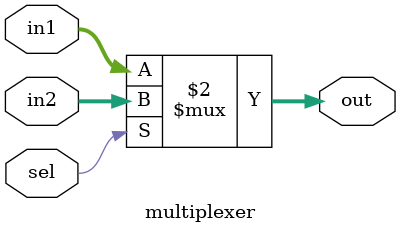
<source format=v>
module multiplexer(

input [31:0]in1,in2,
input sel,

output [31:0]out

);

assign out = (sel == 0) ? in1 : in2;



endmodule

</source>
